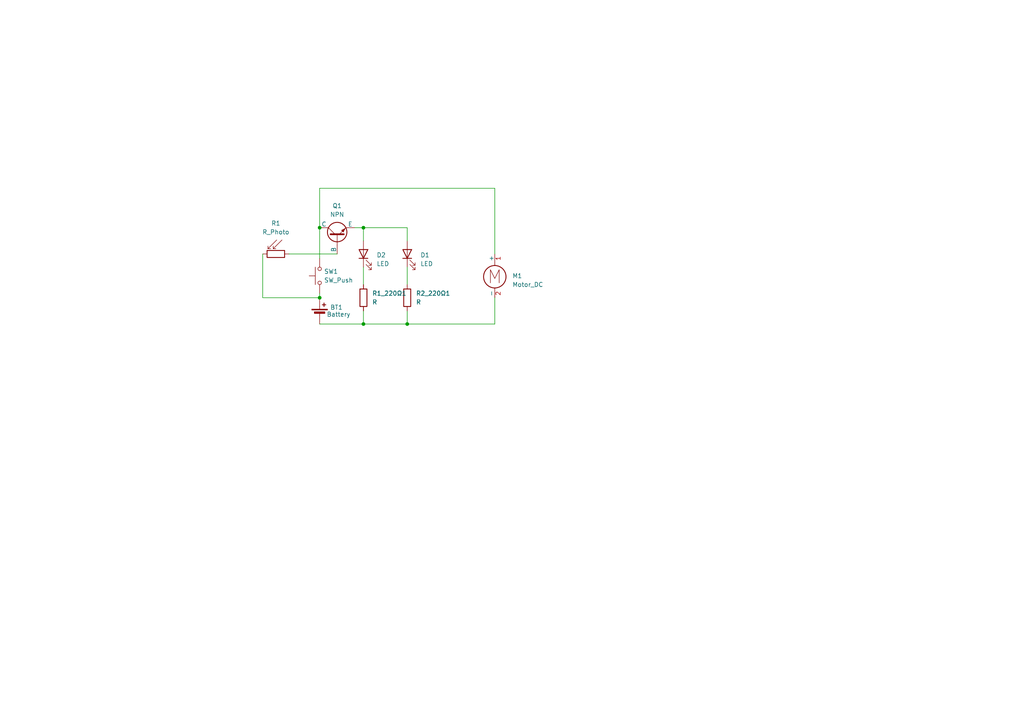
<source format=kicad_sch>
(kicad_sch (version 20250114) (generator "eeschema") (generator_version "9.0")
  (paper "A4")
  (lib_symbols
    (symbol "Device:Battery_Cell" (pin_numbers (hide yes)) (pin_names (offset 0) (hide yes))
      (property "Reference" "BT" (at 2.54 2.54 0))
      (property "Value" "Battery_Cell" (at 2.54 0 0))
      (symbol "Battery_Cell_0_1"
        (rectangle (start -2.286 1.778) (end 2.286 1.524) (fill (type outline)))
        (rectangle (start -1.524 1.016) (end 1.524 0.508) (fill (type outline)))
        (polyline (pts (xy 0 1.778) (xy 0 2.54)))
        (polyline (pts (xy 0 0.762) (xy 0 0)))
        (polyline (pts (xy 0.762 3.048) (xy 1.778 3.048)) (stroke (width 0.254)))
        (polyline (pts (xy 1.27 3.556) (xy 1.27 2.54)) (stroke (width 0.254)))
      )
      (symbol "Battery_Cell_1_1"
        (pin passive line (at 0 5.08 270) (length 2.54) (name "+") (number "1"))
        (pin passive line (at 0 -2.54 90) (length 2.54) (name "-") (number "2"))
      )
    )
    (symbol "Device:LED" (pin_numbers (hide yes)) (pin_names (offset 1.016) (hide yes))
      (property "Reference" "D" (at 0 2.54 0))
      (property "Value" "LED" (at 0 -2.54 0))
      (symbol "LED_0_1"
        (polyline (pts (xy -3.048 -0.762) (xy -4.572 -2.286) (xy -3.81 -2.286) (xy -4.572 -2.286) (xy -4.572 -1.524)))
        (polyline (pts (xy -1.778 -0.762) (xy -3.302 -2.286) (xy -2.54 -2.286) (xy -3.302 -2.286) (xy -3.302 -1.524)))
        (polyline (pts (xy -1.27 0) (xy 1.27 0)))
        (polyline (pts (xy -1.27 -1.27) (xy -1.27 1.27)) (stroke (width 0.254)))
        (polyline (pts (xy 1.27 -1.27) (xy 1.27 1.27) (xy -1.27 0) (xy 1.27 -1.27)) (stroke (width 0.254)))
      )
      (symbol "LED_1_1"
        (pin passive line (at -3.81 0 0) (length 2.54) (name "K") (number "1"))
        (pin passive line (at 3.81 0 180) (length 2.54) (name "A") (number "2"))
      )
    )
    (symbol "Device:R" (pin_numbers (hide yes)) (pin_names (offset 0))
      (property "Reference" "R" (at 2.032 0 90))
      (property "Value" "R" (at 0 0 90))
      (symbol "R_0_1"
        (rectangle (start -1.016 -2.54) (end 1.016 2.54) (stroke (width 0.254)))
      )
      (symbol "R_1_1"
        (pin passive line (at 0 3.81 270) (length 1.27) (name "~") (number "1"))
        (pin passive line (at 0 -3.81 90) (length 1.27) (name "~") (number "2"))
      )
    )
    (symbol "Device:R_Photo" (pin_numbers (hide yes)) (pin_names (offset 0))
      (property "Reference" "R" (at 1.27 1.27 0))
      (property "Value" "R_Photo" (at 1.27 0 0))
      (symbol "R_Photo_0_1"
        (polyline (pts (xy -1.524 -0.762) (xy -4.064 1.778)))
        (polyline (pts (xy -1.524 -0.762) (xy -2.286 -0.762)))
        (polyline (pts (xy -1.524 -0.762) (xy -1.524 0)))
        (polyline (pts (xy -1.524 -2.286) (xy -4.064 0.254)))
        (polyline (pts (xy -1.524 -2.286) (xy -2.286 -2.286)))
        (polyline (pts (xy -1.524 -2.286) (xy -1.524 -1.524)))
        (rectangle (start -1.016 2.54) (end 1.016 -2.54) (stroke (width 0.254)))
      )
      (symbol "R_Photo_1_1"
        (pin passive line (at 0 3.81 270) (length 1.27) (name "~") (number "1"))
        (pin passive line (at 0 -3.81 90) (length 1.27) (name "~") (number "2"))
      )
    )
    (symbol "Motor:Motor_DC" (pin_names (offset 0))
      (property "Reference" "M" (at 2.54 2.54 0))
      (property "Value" "Motor_DC" (at 2.54 -5.08 0))
      (symbol "Motor_DC_0_0"
        (polyline (pts (xy -1.27 -3.302) (xy -1.27 0.508) (xy 0 -2.032) (xy 1.27 0.508) (xy 1.27 -3.302)))
      )
      (symbol "Motor_DC_0_1"
        (polyline (pts (xy 0 2.032) (xy 0 2.54)))
        (polyline (pts (xy 0 1.7272) (xy 0 2.0828)))
        (circle (center 0 -1.524) (radius 3.2512) (stroke (width 0.254)))
        (polyline (pts (xy 0 -4.7752) (xy 0 -5.1816)))
        (polyline (pts (xy 0 -7.62) (xy 0 -7.112)))
      )
      (symbol "Motor_DC_1_1"
        (pin passive line (at 0 5.08 270) (length 2.54) (name "+") (number "1"))
        (pin passive line (at 0 -7.62 90) (length 2.54) (name "-") (number "2"))
      )
    )
    (symbol "Simulation_SPICE:NPN" (pin_numbers (hide yes)) (pin_names (offset 0))
      (property "Reference" "Q" (at -2.54 7.62 0))
      (property "Value" "NPN" (at -2.54 5.08 0))
      (symbol "NPN_0_1"
        (polyline (pts (xy -2.54 0) (xy 0.635 0)) (stroke (width 0.1524)))
        (polyline (pts (xy 0.635 1.905) (xy 0.635 -1.905) (xy 0.635 -1.905)) (stroke (width 0.508)))
        (polyline (pts (xy 0.635 0.635) (xy 2.54 2.54)))
        (polyline (pts (xy 0.635 -0.635) (xy 2.54 -2.54) (xy 2.54 -2.54)))
        (circle (center 1.27 0) (radius 2.8194) (stroke (width 0.254)))
        (polyline (pts (xy 1.27 -1.778) (xy 1.778 -1.27) (xy 2.286 -2.286) (xy 1.27 -1.778) (xy 1.27 -1.778)) (fill (type outline)))
        (polyline (pts (xy 2.794 -1.27) (xy 2.794 -1.27)) (stroke (width 0.1524)))
        (polyline (pts (xy 2.794 -1.27) (xy 2.794 -1.27)) (stroke (width 0.1524)))
      )
      (symbol "NPN_1_1"
        (pin input line (at -5.08 0 0) (length 2.54) (name "B") (number "2"))
        (pin open_collector line (at 2.54 5.08 270) (length 2.54) (name "C") (number "1"))
        (pin open_emitter line (at 2.54 -5.08 90) (length 2.54) (name "E") (number "3"))
      )
    )
    (symbol "Switch:SW_Push" (pin_numbers (hide yes)) (pin_names (offset 1.016) (hide yes))
      (property "Reference" "SW" (at 1.27 2.54 0))
      (property "Value" "SW_Push" (at 0 -1.524 0))
      (symbol "SW_Push_0_1"
        (circle (center -2.032 0) (radius 0.508))
        (polyline (pts (xy 0 1.27) (xy 0 3.048)))
        (circle (center 2.032 0) (radius 0.508))
        (polyline (pts (xy 2.54 1.27) (xy -2.54 1.27)))
        (pin passive line (at -5.08 0 0) (length 2.54) (name "1") (number "1"))
        (pin passive line (at 5.08 0 180) (length 2.54) (name "2") (number "2"))
      )
    )
  )
  (junction (at 92.71 66.04))
  (junction (at 105.41 66.04))
  (junction (at 92.71 86.36))
  (junction (at 105.41 93.98))
  (junction (at 118.11 93.98))
  (wire (pts (xy 105.41 77.47) (xy 105.41 82.55)))
  (wire (pts (xy 102.87 66.04) (xy 105.41 66.04)))
  (wire (pts (xy 92.71 85.09) (xy 92.71 86.36)))
  (wire (pts (xy 143.51 73.66) (xy 143.51 54.61)))
  (wire (pts (xy 76.2 86.36) (xy 92.71 86.36)))
  (wire (pts (xy 118.11 93.98) (xy 105.41 93.98)))
  (wire (pts (xy 92.71 66.04) (xy 92.71 74.93)))
  (wire (pts (xy 92.71 54.61) (xy 92.71 66.04)))
  (wire (pts (xy 118.11 66.04) (xy 118.11 69.85)))
  (wire (pts (xy 105.41 66.04) (xy 118.11 66.04)))
  (wire (pts (xy 143.51 54.61) (xy 92.71 54.61)))
  (wire (pts (xy 76.2 73.66) (xy 76.2 86.36)))
  (wire (pts (xy 118.11 90.17) (xy 118.11 93.98)))
  (wire (pts (xy 105.41 93.98) (xy 92.71 93.98)))
  (wire (pts (xy 105.41 90.17) (xy 105.41 93.98)))
  (wire (pts (xy 143.51 86.36) (xy 143.51 93.98)))
  (wire (pts (xy 105.41 66.04) (xy 105.41 69.85)))
  (wire (pts (xy 143.51 93.98) (xy 118.11 93.98)))
  (wire (pts (xy 83.82 73.66) (xy 97.79 73.66)))
  (wire (pts (xy 118.11 77.47) (xy 118.11 82.55)))
  (symbol (lib_id "Device:LED") (at 118.11 73.66 90) (unit 1)
    (property "Reference" "D1" (at 121.92 73.9774 90) (effects (justify right)))
    (property "Value" "LED" (at 121.92 76.5174 90) (effects (justify right)))
    (property "Footprint" "LED_THT:LED_D5.0mm" (effects (hide yes)))
    (property "Description" "Light emitting diode" (effects (hide yes)))
  )
  (symbol (lib_id "Device:R_Photo") (at 80.01 73.66 270) (unit 1)
    (property "Reference" "R1" (at 80.01 64.77 90))
    (property "Value" "R_Photo" (at 80.01 67.31 90))
    (property "Footprint" "OptoDevice:R_LDR_5.1x4.3mm_P3.4mm_Vertical" (effects (hide yes)))
    (property "Description" "Photoresistor" (effects (hide yes)))
  )
  (symbol (lib_id "Device:R") (at 105.41 86.36 0) (unit 1)
    (property "Reference" "R1_220Ω1" (at 107.95 85.0899 0) (effects (justify left)))
    (property "Value" "R" (at 107.95 87.6299 0) (effects (justify left)))
    (property "Footprint" "Resistor_THT:R_Axial_DIN0207_L6.3mm_D2.5mm_P7.62mm_Horizontal" (effects (hide yes)))
    (property "Description" "Resistor" (effects (hide yes)))
  )
  (symbol (lib_id "Device:R") (at 118.11 86.36 0) (unit 1)
    (property "Reference" "R2_220Ω1" (at 120.65 85.0899 0) (effects (justify left)))
    (property "Value" "R" (at 120.65 87.6299 0) (effects (justify left)))
    (property "Footprint" "Resistor_THT:R_Axial_DIN0207_L6.3mm_D2.5mm_P7.62mm_Horizontal" (effects (hide yes)))
    (property "Description" "Resistor" (effects (hide yes)))
  )
  (symbol (lib_id "Device:LED") (at 105.41 73.66 90) (unit 1)
    (property "Reference" "D2" (at 109.22 73.9774 90) (effects (justify right)))
    (property "Value" "LED" (at 109.22 76.5174 90) (effects (justify right)))
    (property "Footprint" "LED_THT:LED_D5.0mm" (effects (hide yes)))
    (property "Description" "Light emitting diode" (effects (hide yes)))
  )
  (symbol (lib_id "Switch:SW_Push") (at 92.71 80.01 90) (unit 1)
    (property "Reference" "SW1" (at 93.98 78.7399 90) (effects (justify right)))
    (property "Value" "SW_Push" (at 93.98 81.2799 90) (effects (justify right)))
    (property "Footprint" "Button_Switch_THT:SW_PUSH_6mm" (effects (hide yes)))
    (property "Description" "Push button switch, generic, two pins" (effects (hide yes)))
  )
  (symbol (lib_id "Simulation_SPICE:NPN") (at 97.79 68.58 90) (unit 1)
    (property "Reference" "Q1" (at 97.79 59.69 90))
    (property "Value" "NPN" (at 97.79 62.23 90))
    (property "Footprint" "Package_TO_SOT_THT:TO-92L_HandSolder" (effects (hide yes)))
    (property "Datasheet" "https://ngspice.sourceforge.io/docs/ngspice-html-manual/manual.xhtml#cha_BJTs" (effects (hide yes)))
    (property "Description" "Bipolar transistor symbol for simulation only, substrate tied to the emitter" (effects (hide yes)))
    (property "Sim.Device" "NPN" (effects (hide yes)))
    (property "Sim.Type" "GUMMELPOON" (effects (hide yes)))
    (property "Sim.Pins" "1=C 2=B 3=E" (effects (hide yes)))
  )
  (symbol (lib_id "Motor:Motor_DC") (at 143.51 78.74 0) (unit 1)
    (property "Reference" "M1" (at 148.59 80.0099 0) (effects (justify left)))
    (property "Value" "Motor_DC" (at 148.59 82.5499 0) (effects (justify left)))
    (property "Footprint" "Connector_PinHeader_2.54mm:PinHeader_1x02_P2.54mm_Vertical" (effects (hide yes)))
    (property "Description" "DC Motor" (effects (hide yes)))
  )
  (symbol (lib_id "Device:Battery_Cell") (at 92.71 91.44 0) (unit 1)
    (property "Reference" "BT1" (at 95.758 89.154 0) (effects (justify left)))
    (property "Value" "Battery" (at 94.742 91.186 0) (effects (justify left)))
    (property "Footprint" "Battery:BatteryHolder_Keystone_3034_1x20mm" (effects (hide yes)))
    (property "Description" "Single-cell battery" (effects (hide yes)))
  )
)
</source>
